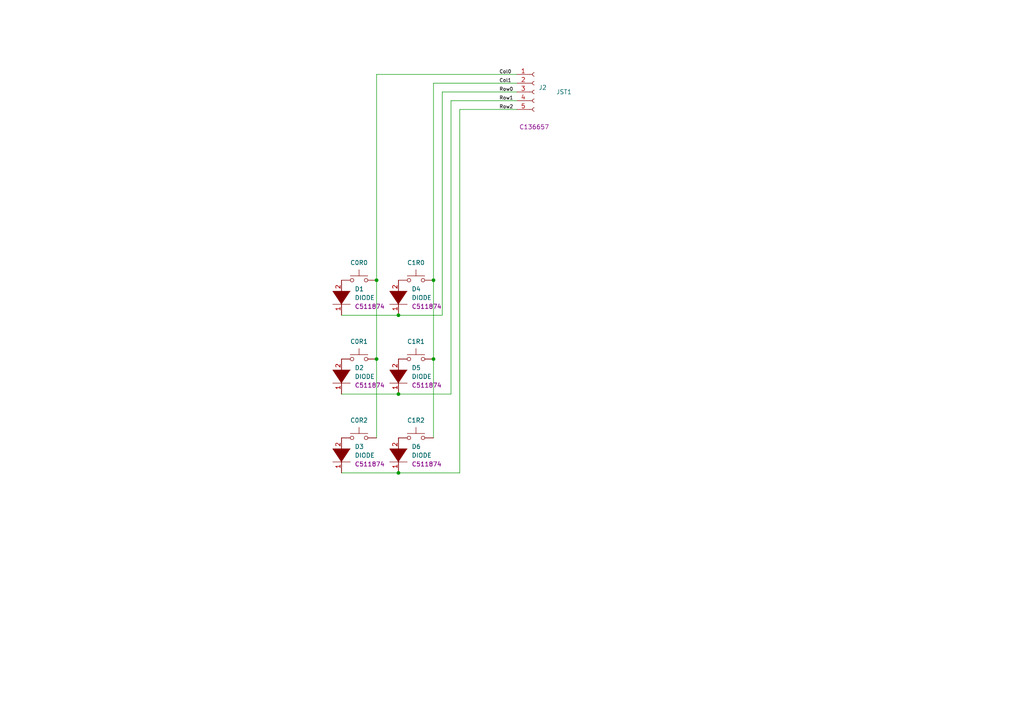
<source format=kicad_sch>
(kicad_sch (version 20211123) (generator eeschema)
  (paper "A4")
  (lib_symbols
    (symbol "Connector:Conn_01x05_Female" (pin_names (offset 1.016) hide)
      (property "Reference" "J" (at 0 7.62 0))
      (property "Value" "Conn_01x05_Female" (at 0 -7.62 0))
      (property "LCSC" "C136657" (at 0 0 0))
      (symbol "Conn_01x05_Female_1_1"
        (arc (start 0 -4.572) (mid -0.508 -5.08) (end 0 -5.588) (stroke (width 0.1524)))
        (arc (start 0 -2.032) (mid -0.508 -2.54) (end 0 -3.048) (stroke (width 0.1524)))
        (polyline (pts (xy -1.27 -5.08) (xy -0.508 -5.08)) (stroke (width 0.1524)))
        (polyline (pts (xy -1.27 -2.54) (xy -0.508 -2.54)) (stroke (width 0.1524)))
        (polyline (pts (xy -1.27 0) (xy -0.508 0)) (stroke (width 0.1524)))
        (polyline (pts (xy -1.27 2.54) (xy -0.508 2.54)) (stroke (width 0.1524)))
        (polyline (pts (xy -1.27 5.08) (xy -0.508 5.08)) (stroke (width 0.1524)))
        (arc (start 0 0.508) (mid -0.508 0) (end 0 -0.508) (stroke (width 0.1524)))
        (arc (start 0 3.048) (mid -0.508 2.54) (end 0 2.032) (stroke (width 0.1524)))
        (arc (start 0 5.588) (mid -0.508 5.08) (end 0 4.572) (stroke (width 0.1524)))
        (pin passive line (at -5.08 5.08 0) (length 3.81) (name "Pin_1") (number "1"))
        (pin passive line (at -5.08 2.54 0) (length 3.81) (name "Pin_2") (number "2"))
        (pin passive line (at -5.08 0 0) (length 3.81) (name "Pin_3") (number "3"))
        (pin passive line (at -5.08 -2.54 0) (length 3.81) (name "Pin_4") (number "4"))
        (pin passive line (at -5.08 -5.08 0) (length 3.81) (name "Pin_5") (number "5"))
      )
    )
    (symbol "Switch:SW_Push" (pin_numbers hide) (pin_names (offset 1.016) hide)
      (property "Reference" "SW" (at 1.27 2.54 0))
      (property "Value" "SW_Push" (at 0 -1.524 0))
      (symbol "SW_Push_0_1"
        (circle (center -2.032 0) (radius 0.508))
        (polyline (pts (xy 0 1.27) (xy 0 3.048)))
        (polyline (pts (xy 2.54 1.27) (xy -2.54 1.27)))
        (circle (center 2.032 0) (radius 0.508))
        (pin passive line (at -5.08 0 0) (length 2.54) (name "1") (number "1"))
        (pin passive line (at 5.08 0 180) (length 2.54) (name "2") (number "2"))
      )
    )
    (symbol "yan_Library:DIODE" (pin_names (offset 1.016) hide)
      (property "Reference" "D" (at 0 -3.81 0))
      (property "Value" "DIODE" (at 0 -4.445 0))
      (property "LCSC" "C511874" (at 0 -6.35 0))
      (symbol "DIODE_0_1"
        (polyline (pts (xy -1.905 -2.54) (xy -1.905 2.54)))
        (polyline (pts (xy 1.905 -2.54) (xy 1.905 2.54) (xy -1.905 0)) (fill (type outline)))
      )
      (symbol "DIODE_1_1"
        (pin input line (at -5.08 0 0) (length 3.81) (name "A") (number "1"))
        (pin input line (at 5.08 0 180) (length 3.81) (name "K") (number "2"))
      )
    )
  )
  (junction (at 115.57 91.44))
  (junction (at 115.57 137.16))
  (junction (at 109.22 104.14))
  (junction (at 125.73 81.28))
  (junction (at 115.57 114.3))
  (junction (at 125.73 104.14))
  (junction (at 109.22 81.28))
  (wire (pts (xy 109.22 81.28) (xy 109.22 104.14)))
  (wire (pts (xy 133.35 137.16) (xy 133.35 31.75)))
  (wire (pts (xy 125.73 81.28) (xy 125.73 104.14)))
  (wire (pts (xy 133.35 31.75) (xy 149.86 31.75)))
  (wire (pts (xy 109.22 21.59) (xy 109.22 81.28)))
  (wire (pts (xy 109.22 21.59) (xy 149.86 21.59)))
  (wire (pts (xy 125.73 24.13) (xy 125.73 81.28)))
  (wire (pts (xy 128.27 26.67) (xy 128.27 91.44)))
  (wire (pts (xy 149.86 29.21) (xy 130.81 29.21)))
  (wire (pts (xy 115.57 91.44) (xy 128.27 91.44)))
  (wire (pts (xy 99.06 137.16) (xy 115.57 137.16)))
  (wire (pts (xy 99.06 91.44) (xy 115.57 91.44)))
  (wire (pts (xy 109.22 104.14) (xy 109.22 127)))
  (wire (pts (xy 130.81 29.21) (xy 130.81 114.3)))
  (wire (pts (xy 115.57 137.16) (xy 133.35 137.16)))
  (wire (pts (xy 125.73 104.14) (xy 125.73 127)))
  (wire (pts (xy 149.86 24.13) (xy 125.73 24.13)))
  (wire (pts (xy 115.57 114.3) (xy 130.81 114.3)))
  (wire (pts (xy 149.86 26.67) (xy 128.27 26.67)))
  (wire (pts (xy 99.06 114.3) (xy 115.57 114.3)))
  (label "Row0" (at 144.78 26.67 0) (effects (font (size 1 1))))
  (label "Col0" (at 144.78 21.59 0) (effects (font (size 1 1))))
  (label "Row2" (at 144.78 31.75 0) (effects (font (size 1 1))))
  (label "Col1" (at 144.78 24.13 0) (effects (font (size 1 1))))
  (label "Row1" (at 144.78 29.21 0) (effects (font (size 1 1))))
  (symbol (lib_id "Switch:SW_Push") (at 120.65 81.28 0) (unit 1)
    (property "Reference" "C1R0" (at 120.65 76.2 0))
    (property "Value" "SW_Push" (effects hide))
    (property "Footprint" "Yan libraryo:Kailh_socket_PG1350" (effects hide))
  )
  (symbol (lib_id "Switch:SW_Push") (at 104.14 81.28 0) (unit 1)
    (property "Reference" "C0R0" (at 104.14 76.2 0))
    (property "Value" "SW_Push" (effects hide))
    (property "Footprint" "Yan libraryo:Kailh_socket_PG1350" (effects hide))
  )
  (symbol (lib_id "Switch:SW_Push") (at 104.14 104.14 0) (unit 1)
    (property "Reference" "C0R1" (at 104.14 99.06 0))
    (property "Value" "SW_Push" (effects hide))
    (property "Footprint" "Yan libraryo:Kailh_socket_PG1350" (effects hide))
  )
  (symbol (lib_id "yan_Library:DIODE") (at 99.06 86.36 90) (unit 1)
    (property "Reference" "D1" (at 102.87 83.8199 90) (effects (justify right)))
    (property "Value" "DIODE" (at 102.87 86.3599 90) (effects (justify right)))
    (property "Footprint" "Yan libraryo:D_SOD-523" (effects hide))
    (property "LCSC" "C511874" (at 102.87 88.8999 90) (effects (justify right)))
  )
  (symbol (lib_id "Switch:SW_Push") (at 120.65 104.14 0) (unit 1)
    (property "Reference" "C1R1" (at 120.65 99.06 0))
    (property "Value" "SW_Push" (effects hide))
    (property "Footprint" "Yan libraryo:Kailh_socket_PG1350" (effects hide))
  )
  (symbol (lib_id "Switch:SW_Push") (at 104.14 127 0) (unit 1)
    (property "Reference" "C0R2" (at 104.14 121.92 0))
    (property "Value" "SW_Push" (effects hide))
    (property "Footprint" "Yan libraryo:Kailh_socket_PG1350" (effects hide))
  )
  (symbol (lib_id "yan_Library:DIODE") (at 115.57 86.36 90) (unit 1)
    (property "Reference" "D4" (at 119.38 83.8199 90) (effects (justify right)))
    (property "Value" "DIODE" (at 119.38 86.3599 90) (effects (justify right)))
    (property "Footprint" "Yan libraryo:D_SOD-523" (effects hide))
    (property "LCSC" "C511874" (at 119.38 88.8999 90) (effects (justify right)))
  )
  (symbol (lib_id "yan_Library:DIODE") (at 115.57 132.08 90) (unit 1)
    (property "Reference" "D6" (at 119.38 129.5399 90) (effects (justify right)))
    (property "Value" "DIODE" (at 119.38 132.0799 90) (effects (justify right)))
    (property "Footprint" "Yan libraryo:D_SOD-523" (effects hide))
    (property "LCSC" "C511874" (at 119.38 134.6199 90) (effects (justify right)))
  )
  (symbol (lib_id "yan_Library:DIODE") (at 99.06 132.08 90) (unit 1)
    (property "Reference" "D3" (at 102.87 129.5399 90) (effects (justify right)))
    (property "Value" "DIODE" (at 102.87 132.0799 90) (effects (justify right)))
    (property "Footprint" "Yan libraryo:D_SOD-523" (effects hide))
    (property "LCSC" "C511874" (at 102.87 134.6199 90) (effects (justify right)))
  )
  (symbol (lib_id "Switch:SW_Push") (at 120.65 127 0) (unit 1)
    (property "Reference" "C1R2" (at 120.65 121.92 0))
    (property "Value" "SW_Push" (effects hide))
    (property "Footprint" "Yan libraryo:Kailh_socket_PG1350" (effects hide))
  )
  (symbol (lib_id "yan_Library:DIODE") (at 115.57 109.22 90) (unit 1)
    (property "Reference" "D5" (at 119.38 106.6799 90) (effects (justify right)))
    (property "Value" "DIODE" (at 119.38 109.2199 90) (effects (justify right)))
    (property "Footprint" "Yan libraryo:D_SOD-523" (effects hide))
    (property "LCSC" "C511874" (at 119.38 111.7599 90) (effects (justify right)))
  )
  (symbol (lib_id "Connector:Conn_01x05_Female") (at 154.94 26.67 0) (unit 1)
    (property "Reference" "J2" (at 156.21 25.3999 0) (effects (justify left)))
    (property "Value" "JST1" (at 161.29 26.67 0) (effects (justify left)))
    (property "Footprint" "Yan libraryo:JST_SH_SM05B-SRSS-TB_1x05-1MP_P1.00mm_Horizontal" (effects hide))
    (property "LCSC" "C136657" (at 154.94 36.83 0))
  )
  (symbol (lib_id "yan_Library:DIODE") (at 99.06 109.22 90) (unit 1)
    (property "Reference" "D2" (at 102.87 106.6799 90) (effects (justify right)))
    (property "Value" "DIODE" (at 102.87 109.2199 90) (effects (justify right)))
    (property "Footprint" "Yan libraryo:D_SOD-523" (effects hide))
    (property "LCSC" "C511874" (at 102.87 111.7599 90) (effects (justify right)))
  )
)
</source>
